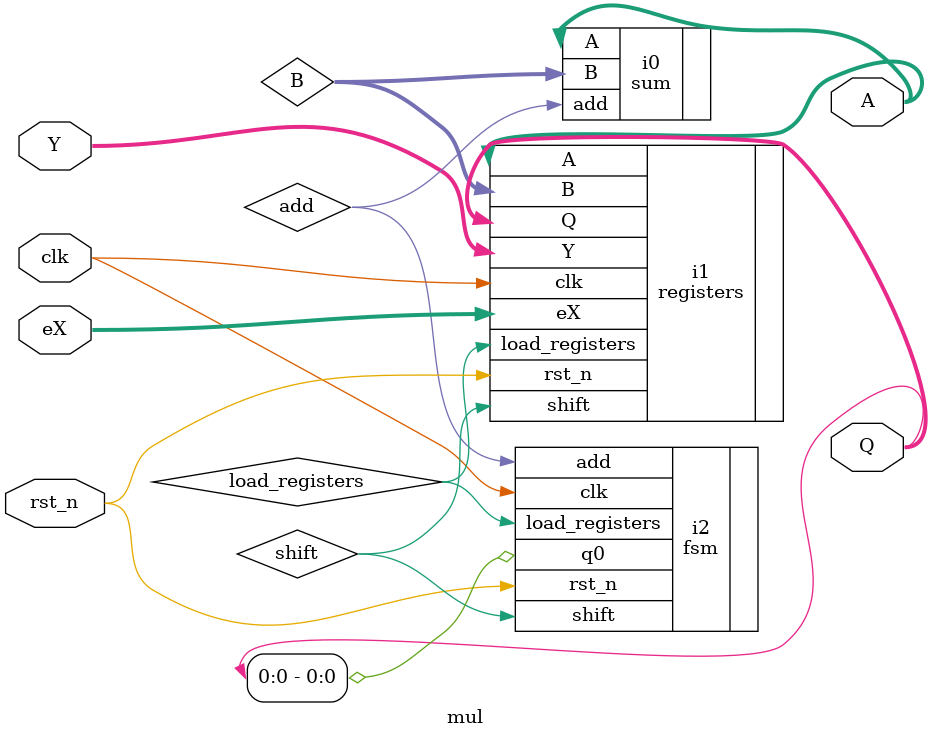
<source format=v>
`include "fsm.v"
`include "registers.v"
`include "sum.v"

module mul(
    input clk, rst_n,
    input [7:0] eX, Y,
    output [7:0] A, Q
);

wire add, load_registers, shift;
wire [7:0] B;

sum i0(
    .add(add),
    .B(B),
    .A(A));

registers i1(
    .clk(clk),
    .rst_n(rst_n),
    .load_registers(load_registers),
    .shift(shift),
    .eX(eX),
    .Y(Y),
    .A(A),
    .B(B),
    .Q(Q)
);

fsm i2(
    .clk(clk),
    .rst_n(rst_n),
    .q0(Q[0]),
    .load_registers(load_registers),
    .add(add),
    .shift(shift)
);

endmodule
</source>
